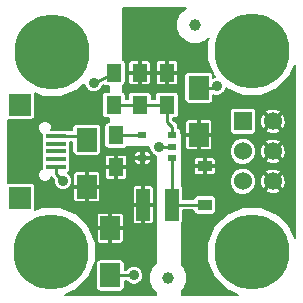
<source format=gtl>
G04 #@! TF.FileFunction,Copper,L1,Top,Signal*
%FSLAX46Y46*%
G04 Gerber Fmt 4.6, Leading zero omitted, Abs format (unit mm)*
G04 Created by KiCad (PCBNEW (after 2015-mar-04 BZR unknown)-product) date 2/17/2016 8:31:02 AM*
%MOMM*%
G01*
G04 APERTURE LIST*
%ADD10C,0.150000*%
%ADD11C,1.000000*%
%ADD12R,1.800000X0.400000*%
%ADD13R,1.900000X1.900000*%
%ADD14R,0.762000X0.508000*%
%ADD15C,6.350000*%
%ADD16R,1.524000X1.524000*%
%ADD17C,1.524000*%
%ADD18R,1.700000X2.000000*%
%ADD19R,1.300000X1.500000*%
%ADD20R,1.220000X0.910000*%
%ADD21R,1.200000X2.700000*%
%ADD22C,0.889000*%
%ADD23C,0.254000*%
%ADD24C,0.203200*%
G04 APERTURE END LIST*
D10*
D11*
X36200000Y-21800000D03*
D12*
X24400000Y-31200000D03*
X24400000Y-31850000D03*
X24400000Y-32500000D03*
X24400000Y-33150000D03*
X24400000Y-33800000D03*
D13*
X21375000Y-28550000D03*
X21375000Y-36450000D03*
D14*
X34270000Y-33052500D03*
X34270000Y-31147500D03*
X31730000Y-33052500D03*
X34270000Y-32100000D03*
X31730000Y-31147500D03*
D15*
X24100000Y-24100000D03*
X24000000Y-41000000D03*
X41000000Y-41000000D03*
X41000000Y-24000000D03*
D16*
X40230000Y-29960000D03*
D17*
X42770000Y-29960000D03*
X40230000Y-32500000D03*
X42770000Y-32500000D03*
X40230000Y-35040000D03*
X42770000Y-35040000D03*
D18*
X29000000Y-39000000D03*
X29000000Y-43000000D03*
X36500000Y-31100000D03*
X36500000Y-27100000D03*
D19*
X33800000Y-28550000D03*
X33800000Y-25850000D03*
X29500000Y-33850000D03*
X29500000Y-31150000D03*
X29300000Y-28550000D03*
X29300000Y-25850000D03*
X31500000Y-28550000D03*
X31500000Y-25850000D03*
D20*
X37000000Y-33765000D03*
X37000000Y-37035000D03*
D18*
X27000000Y-31500000D03*
X27000000Y-35500000D03*
D21*
X31800000Y-37000000D03*
X34200000Y-37000000D03*
D11*
X33900000Y-43200000D03*
D22*
X38000000Y-27000000D03*
X25000000Y-35000000D03*
X31000000Y-43000000D03*
X27600000Y-26700000D03*
X33100000Y-32100000D03*
D23*
X36500000Y-27100000D02*
X37900000Y-27100000D01*
X37900000Y-27100000D02*
X38000000Y-27000000D01*
X24400000Y-34400000D02*
X25000000Y-35000000D01*
X24400000Y-33800000D02*
X24400000Y-34400000D01*
X29000000Y-43000000D02*
X31000000Y-43000000D01*
X29300000Y-25850000D02*
X27600000Y-26700000D01*
X34270000Y-32100000D02*
X33100000Y-32100000D01*
X26700000Y-31200000D02*
X27000000Y-31500000D01*
X24400000Y-31200000D02*
X26700000Y-31200000D01*
X34200000Y-37000000D02*
X36965000Y-37000000D01*
X36965000Y-37000000D02*
X37000000Y-37035000D01*
X34270000Y-36930000D02*
X34200000Y-37000000D01*
X34200000Y-33122500D02*
X34270000Y-33052500D01*
X34200000Y-33122500D02*
X34270000Y-33052500D01*
X34200000Y-37000000D02*
X34200000Y-33122500D01*
X34270000Y-31147500D02*
X34270000Y-30470000D01*
X33800000Y-30000000D02*
X33800000Y-28550000D01*
X34270000Y-30470000D02*
X33800000Y-30000000D01*
X29300000Y-28550000D02*
X31500000Y-28550000D01*
X31500000Y-28550000D02*
X33800000Y-28550000D01*
X31730000Y-31147500D02*
X29502500Y-31147500D01*
X29502500Y-31147500D02*
X29500000Y-31150000D01*
D24*
G36*
X32898400Y-44620200D02*
X31800239Y-44620200D01*
X31800239Y-42841548D01*
X31711100Y-42625816D01*
X31711100Y-38578600D01*
X31711100Y-37088900D01*
X31711100Y-36911100D01*
X31711100Y-35421400D01*
X31641100Y-35351400D01*
X31641100Y-33535100D01*
X31641100Y-33141400D01*
X31641100Y-32963600D01*
X31641100Y-32569900D01*
X31564900Y-32493700D01*
X31409628Y-32493700D01*
X31288371Y-32493700D01*
X31176344Y-32540103D01*
X31090603Y-32625845D01*
X31044200Y-32737872D01*
X31044200Y-32887400D01*
X31120400Y-32963600D01*
X31641100Y-32963600D01*
X31641100Y-33141400D01*
X31120400Y-33141400D01*
X31044200Y-33217600D01*
X31044200Y-33367128D01*
X31090603Y-33479155D01*
X31176344Y-33564897D01*
X31288371Y-33611300D01*
X31409628Y-33611300D01*
X31564900Y-33611300D01*
X31641100Y-33535100D01*
X31641100Y-35351400D01*
X31634900Y-35345200D01*
X31139372Y-35345200D01*
X31027345Y-35391603D01*
X30941603Y-35477344D01*
X30895200Y-35589371D01*
X30895200Y-35710628D01*
X30895200Y-36834900D01*
X30971400Y-36911100D01*
X31711100Y-36911100D01*
X31711100Y-37088900D01*
X30971400Y-37088900D01*
X30895200Y-37165100D01*
X30895200Y-38289372D01*
X30895200Y-38410629D01*
X30941603Y-38522656D01*
X31027345Y-38608397D01*
X31139372Y-38654800D01*
X31634900Y-38654800D01*
X31711100Y-38578600D01*
X31711100Y-42625816D01*
X31678687Y-42547372D01*
X31453812Y-42322104D01*
X31159848Y-42200039D01*
X30841548Y-42199761D01*
X30547372Y-42321313D01*
X30454800Y-42413723D01*
X30454800Y-34660628D01*
X30454800Y-34015100D01*
X30454800Y-33684900D01*
X30454800Y-33039372D01*
X30408397Y-32927345D01*
X30322656Y-32841603D01*
X30210629Y-32795200D01*
X30089372Y-32795200D01*
X29665100Y-32795200D01*
X29588900Y-32871400D01*
X29588900Y-33761100D01*
X30378600Y-33761100D01*
X30454800Y-33684900D01*
X30454800Y-34015100D01*
X30378600Y-33938900D01*
X29588900Y-33938900D01*
X29588900Y-34828600D01*
X29665100Y-34904800D01*
X30089372Y-34904800D01*
X30210629Y-34904800D01*
X30322656Y-34858397D01*
X30408397Y-34772655D01*
X30454800Y-34660628D01*
X30454800Y-42413723D01*
X30350942Y-42517400D01*
X30212567Y-42517400D01*
X30212567Y-42000000D01*
X30186259Y-41864411D01*
X30154800Y-41816520D01*
X30154800Y-40060628D01*
X30154800Y-39165100D01*
X30154800Y-38834900D01*
X30154800Y-37939372D01*
X30108397Y-37827345D01*
X30022656Y-37741603D01*
X29910629Y-37695200D01*
X29789372Y-37695200D01*
X29411100Y-37695200D01*
X29411100Y-34828600D01*
X29411100Y-33938900D01*
X29411100Y-33761100D01*
X29411100Y-32871400D01*
X29334900Y-32795200D01*
X28910628Y-32795200D01*
X28789371Y-32795200D01*
X28677344Y-32841603D01*
X28591603Y-32927345D01*
X28545200Y-33039372D01*
X28545200Y-33684900D01*
X28621400Y-33761100D01*
X29411100Y-33761100D01*
X29411100Y-33938900D01*
X28621400Y-33938900D01*
X28545200Y-34015100D01*
X28545200Y-34660628D01*
X28591603Y-34772655D01*
X28677344Y-34858397D01*
X28789371Y-34904800D01*
X28910628Y-34904800D01*
X29334900Y-34904800D01*
X29411100Y-34828600D01*
X29411100Y-37695200D01*
X29165100Y-37695200D01*
X29088900Y-37771400D01*
X29088900Y-38911100D01*
X30078600Y-38911100D01*
X30154800Y-38834900D01*
X30154800Y-39165100D01*
X30078600Y-39088900D01*
X29088900Y-39088900D01*
X29088900Y-40228600D01*
X29165100Y-40304800D01*
X29789372Y-40304800D01*
X29910629Y-40304800D01*
X30022656Y-40258397D01*
X30108397Y-40172655D01*
X30154800Y-40060628D01*
X30154800Y-41816520D01*
X30107977Y-41745241D01*
X29989799Y-41665469D01*
X29850000Y-41637433D01*
X28911100Y-41637433D01*
X28911100Y-40228600D01*
X28911100Y-39088900D01*
X28911100Y-38911100D01*
X28911100Y-37771400D01*
X28834900Y-37695200D01*
X28212567Y-37695200D01*
X28212567Y-32500000D01*
X28212567Y-30500000D01*
X28186259Y-30364411D01*
X28107977Y-30245241D01*
X27989799Y-30165469D01*
X27850000Y-30137433D01*
X26150000Y-30137433D01*
X26014411Y-30163741D01*
X25895241Y-30242023D01*
X25815469Y-30360201D01*
X25787433Y-30500000D01*
X25787433Y-30717400D01*
X25425961Y-30717400D01*
X25419827Y-30713259D01*
X25300000Y-30689229D01*
X24024223Y-30689229D01*
X24054699Y-30615835D01*
X24054900Y-30385177D01*
X23966817Y-30171999D01*
X23803859Y-30008756D01*
X23590835Y-29920301D01*
X23360177Y-29920100D01*
X23146999Y-30008183D01*
X22983756Y-30171141D01*
X22895301Y-30384165D01*
X22895100Y-30614823D01*
X22983183Y-30828001D01*
X23146141Y-30991244D01*
X23189229Y-31009135D01*
X23189229Y-31400000D01*
X23211778Y-31516219D01*
X23217153Y-31524402D01*
X23213259Y-31530173D01*
X23189229Y-31650000D01*
X23189229Y-32050000D01*
X23211778Y-32166219D01*
X23217153Y-32174402D01*
X23213259Y-32180173D01*
X23189229Y-32300000D01*
X23189229Y-32700000D01*
X23211778Y-32816219D01*
X23217153Y-32824402D01*
X23213259Y-32830173D01*
X23189229Y-32950000D01*
X23189229Y-33350000D01*
X23211778Y-33466219D01*
X23217153Y-33474402D01*
X23213259Y-33480173D01*
X23189229Y-33600000D01*
X23189229Y-33990733D01*
X23146999Y-34008183D01*
X22983756Y-34171141D01*
X22895301Y-34384165D01*
X22895100Y-34614823D01*
X22983183Y-34828001D01*
X23146141Y-34991244D01*
X23359165Y-35079699D01*
X23589823Y-35079900D01*
X23803001Y-34991817D01*
X23966244Y-34828859D01*
X24024134Y-34689443D01*
X24058750Y-34741250D01*
X24200002Y-34882502D01*
X24199761Y-35158452D01*
X24321313Y-35452628D01*
X24546188Y-35677896D01*
X24840152Y-35799961D01*
X25158452Y-35800239D01*
X25452628Y-35678687D01*
X25677896Y-35453812D01*
X25799961Y-35159848D01*
X25800239Y-34841548D01*
X25678687Y-34547372D01*
X25453812Y-34322104D01*
X25386228Y-34294040D01*
X25416219Y-34288222D01*
X25518365Y-34221123D01*
X25586741Y-34119827D01*
X25610771Y-34000000D01*
X25610771Y-33600000D01*
X25588222Y-33483781D01*
X25582846Y-33475597D01*
X25586741Y-33469827D01*
X25610771Y-33350000D01*
X25610771Y-32950000D01*
X25588222Y-32833781D01*
X25582846Y-32825597D01*
X25586741Y-32819827D01*
X25610771Y-32700000D01*
X25610771Y-32300000D01*
X25588222Y-32183781D01*
X25582846Y-32175597D01*
X25586741Y-32169827D01*
X25610771Y-32050000D01*
X25610771Y-31682600D01*
X25787433Y-31682600D01*
X25787433Y-32500000D01*
X25813741Y-32635589D01*
X25892023Y-32754759D01*
X26010201Y-32834531D01*
X26150000Y-32862567D01*
X27850000Y-32862567D01*
X27985589Y-32836259D01*
X28104759Y-32757977D01*
X28184531Y-32639799D01*
X28212567Y-32500000D01*
X28212567Y-37695200D01*
X28210628Y-37695200D01*
X28154800Y-37695200D01*
X28154800Y-36560628D01*
X28154800Y-35665100D01*
X28154800Y-35334900D01*
X28154800Y-34439372D01*
X28108397Y-34327345D01*
X28022656Y-34241603D01*
X27910629Y-34195200D01*
X27789372Y-34195200D01*
X27165100Y-34195200D01*
X27088900Y-34271400D01*
X27088900Y-35411100D01*
X28078600Y-35411100D01*
X28154800Y-35334900D01*
X28154800Y-35665100D01*
X28078600Y-35588900D01*
X27088900Y-35588900D01*
X27088900Y-36728600D01*
X27165100Y-36804800D01*
X27789372Y-36804800D01*
X27910629Y-36804800D01*
X28022656Y-36758397D01*
X28108397Y-36672655D01*
X28154800Y-36560628D01*
X28154800Y-37695200D01*
X28089371Y-37695200D01*
X27977344Y-37741603D01*
X27891603Y-37827345D01*
X27845200Y-37939372D01*
X27845200Y-38834900D01*
X27921400Y-38911100D01*
X28911100Y-38911100D01*
X28911100Y-39088900D01*
X27921400Y-39088900D01*
X27845200Y-39165100D01*
X27845200Y-40060628D01*
X27891603Y-40172655D01*
X27977344Y-40258397D01*
X28089371Y-40304800D01*
X28210628Y-40304800D01*
X28834900Y-40304800D01*
X28911100Y-40228600D01*
X28911100Y-41637433D01*
X28150000Y-41637433D01*
X28014411Y-41663741D01*
X27895241Y-41742023D01*
X27815469Y-41860201D01*
X27787433Y-42000000D01*
X27787433Y-44000000D01*
X27813741Y-44135589D01*
X27892023Y-44254759D01*
X28010201Y-44334531D01*
X28150000Y-44362567D01*
X29850000Y-44362567D01*
X29985589Y-44336259D01*
X30104759Y-44257977D01*
X30184531Y-44139799D01*
X30212567Y-44000000D01*
X30212567Y-43482600D01*
X30351232Y-43482600D01*
X30546188Y-43677896D01*
X30840152Y-43799961D01*
X31158452Y-43800239D01*
X31452628Y-43678687D01*
X31677896Y-43453812D01*
X31799961Y-43159848D01*
X31800239Y-42841548D01*
X31800239Y-44620200D01*
X25148966Y-44620200D01*
X26141003Y-44210299D01*
X27206557Y-43146603D01*
X27783942Y-41756106D01*
X27785256Y-40250499D01*
X27210299Y-38858997D01*
X26911100Y-38559275D01*
X26911100Y-36728600D01*
X26911100Y-35588900D01*
X26911100Y-35411100D01*
X26911100Y-34271400D01*
X26834900Y-34195200D01*
X26210628Y-34195200D01*
X26089371Y-34195200D01*
X25977344Y-34241603D01*
X25891603Y-34327345D01*
X25845200Y-34439372D01*
X25845200Y-35334900D01*
X25921400Y-35411100D01*
X26911100Y-35411100D01*
X26911100Y-35588900D01*
X25921400Y-35588900D01*
X25845200Y-35665100D01*
X25845200Y-36560628D01*
X25891603Y-36672655D01*
X25977344Y-36758397D01*
X26089371Y-36804800D01*
X26210628Y-36804800D01*
X26834900Y-36804800D01*
X26911100Y-36728600D01*
X26911100Y-38559275D01*
X26146603Y-37793443D01*
X24756106Y-37216058D01*
X23250499Y-37214744D01*
X22620739Y-37474955D01*
X22635771Y-37400000D01*
X22635771Y-35500000D01*
X22613222Y-35383781D01*
X22546123Y-35281635D01*
X22444827Y-35213259D01*
X22325000Y-35189229D01*
X20425000Y-35189229D01*
X20379800Y-35197998D01*
X20379800Y-29801706D01*
X20425000Y-29810771D01*
X22325000Y-29810771D01*
X22441219Y-29788222D01*
X22543365Y-29721123D01*
X22611741Y-29619827D01*
X22635771Y-29500000D01*
X22635771Y-27600000D01*
X22633640Y-27589018D01*
X23343894Y-27883942D01*
X24849501Y-27885256D01*
X26241003Y-27310299D01*
X26799853Y-26752422D01*
X26799761Y-26858452D01*
X26921313Y-27152628D01*
X27146188Y-27377896D01*
X27440152Y-27499961D01*
X27758452Y-27500239D01*
X28052628Y-27378687D01*
X28277896Y-27153812D01*
X28399873Y-26860058D01*
X28510201Y-26934531D01*
X28650000Y-26962567D01*
X28898400Y-26962567D01*
X28898400Y-27437433D01*
X28650000Y-27437433D01*
X28514411Y-27463741D01*
X28395241Y-27542023D01*
X28315469Y-27660201D01*
X28287433Y-27800000D01*
X28287433Y-29300000D01*
X28313741Y-29435589D01*
X28392023Y-29554759D01*
X28510201Y-29634531D01*
X28650000Y-29662567D01*
X28898400Y-29662567D01*
X28898400Y-30037433D01*
X28850000Y-30037433D01*
X28714411Y-30063741D01*
X28595241Y-30142023D01*
X28515469Y-30260201D01*
X28487433Y-30400000D01*
X28487433Y-31900000D01*
X28513741Y-32035589D01*
X28592023Y-32154759D01*
X28710201Y-32234531D01*
X28850000Y-32262567D01*
X30150000Y-32262567D01*
X30285589Y-32236259D01*
X30404759Y-32157977D01*
X30442814Y-32101600D01*
X32299897Y-32101600D01*
X32299761Y-32258452D01*
X32421313Y-32552628D01*
X32646188Y-32777896D01*
X32898400Y-32882623D01*
X32898400Y-41936823D01*
X32704800Y-42130085D01*
X32704800Y-38410629D01*
X32704800Y-38289372D01*
X32704800Y-37165100D01*
X32704800Y-36834900D01*
X32704800Y-35710628D01*
X32704800Y-35589371D01*
X32658397Y-35477344D01*
X32572655Y-35391603D01*
X32460628Y-35345200D01*
X32415800Y-35345200D01*
X32415800Y-33367128D01*
X32415800Y-33217600D01*
X32415800Y-32887400D01*
X32415800Y-32737872D01*
X32369397Y-32625845D01*
X32283656Y-32540103D01*
X32171629Y-32493700D01*
X32050372Y-32493700D01*
X31895100Y-32493700D01*
X31818900Y-32569900D01*
X31818900Y-32963600D01*
X32339600Y-32963600D01*
X32415800Y-32887400D01*
X32415800Y-33217600D01*
X32339600Y-33141400D01*
X31818900Y-33141400D01*
X31818900Y-33535100D01*
X31895100Y-33611300D01*
X32050372Y-33611300D01*
X32171629Y-33611300D01*
X32283656Y-33564897D01*
X32369397Y-33479155D01*
X32415800Y-33367128D01*
X32415800Y-35345200D01*
X31965100Y-35345200D01*
X31888900Y-35421400D01*
X31888900Y-36911100D01*
X32628600Y-36911100D01*
X32704800Y-36834900D01*
X32704800Y-37165100D01*
X32628600Y-37088900D01*
X31888900Y-37088900D01*
X31888900Y-38578600D01*
X31965100Y-38654800D01*
X32460628Y-38654800D01*
X32572655Y-38608397D01*
X32658397Y-38522656D01*
X32704800Y-38410629D01*
X32704800Y-42130085D01*
X32543021Y-42291582D01*
X32298679Y-42880024D01*
X32298123Y-43517180D01*
X32541438Y-44106048D01*
X32898400Y-44463634D01*
X32898400Y-44620200D01*
X32898400Y-44620200D01*
G37*
X32898400Y-44620200D02*
X31800239Y-44620200D01*
X31800239Y-42841548D01*
X31711100Y-42625816D01*
X31711100Y-38578600D01*
X31711100Y-37088900D01*
X31711100Y-36911100D01*
X31711100Y-35421400D01*
X31641100Y-35351400D01*
X31641100Y-33535100D01*
X31641100Y-33141400D01*
X31641100Y-32963600D01*
X31641100Y-32569900D01*
X31564900Y-32493700D01*
X31409628Y-32493700D01*
X31288371Y-32493700D01*
X31176344Y-32540103D01*
X31090603Y-32625845D01*
X31044200Y-32737872D01*
X31044200Y-32887400D01*
X31120400Y-32963600D01*
X31641100Y-32963600D01*
X31641100Y-33141400D01*
X31120400Y-33141400D01*
X31044200Y-33217600D01*
X31044200Y-33367128D01*
X31090603Y-33479155D01*
X31176344Y-33564897D01*
X31288371Y-33611300D01*
X31409628Y-33611300D01*
X31564900Y-33611300D01*
X31641100Y-33535100D01*
X31641100Y-35351400D01*
X31634900Y-35345200D01*
X31139372Y-35345200D01*
X31027345Y-35391603D01*
X30941603Y-35477344D01*
X30895200Y-35589371D01*
X30895200Y-35710628D01*
X30895200Y-36834900D01*
X30971400Y-36911100D01*
X31711100Y-36911100D01*
X31711100Y-37088900D01*
X30971400Y-37088900D01*
X30895200Y-37165100D01*
X30895200Y-38289372D01*
X30895200Y-38410629D01*
X30941603Y-38522656D01*
X31027345Y-38608397D01*
X31139372Y-38654800D01*
X31634900Y-38654800D01*
X31711100Y-38578600D01*
X31711100Y-42625816D01*
X31678687Y-42547372D01*
X31453812Y-42322104D01*
X31159848Y-42200039D01*
X30841548Y-42199761D01*
X30547372Y-42321313D01*
X30454800Y-42413723D01*
X30454800Y-34660628D01*
X30454800Y-34015100D01*
X30454800Y-33684900D01*
X30454800Y-33039372D01*
X30408397Y-32927345D01*
X30322656Y-32841603D01*
X30210629Y-32795200D01*
X30089372Y-32795200D01*
X29665100Y-32795200D01*
X29588900Y-32871400D01*
X29588900Y-33761100D01*
X30378600Y-33761100D01*
X30454800Y-33684900D01*
X30454800Y-34015100D01*
X30378600Y-33938900D01*
X29588900Y-33938900D01*
X29588900Y-34828600D01*
X29665100Y-34904800D01*
X30089372Y-34904800D01*
X30210629Y-34904800D01*
X30322656Y-34858397D01*
X30408397Y-34772655D01*
X30454800Y-34660628D01*
X30454800Y-42413723D01*
X30350942Y-42517400D01*
X30212567Y-42517400D01*
X30212567Y-42000000D01*
X30186259Y-41864411D01*
X30154800Y-41816520D01*
X30154800Y-40060628D01*
X30154800Y-39165100D01*
X30154800Y-38834900D01*
X30154800Y-37939372D01*
X30108397Y-37827345D01*
X30022656Y-37741603D01*
X29910629Y-37695200D01*
X29789372Y-37695200D01*
X29411100Y-37695200D01*
X29411100Y-34828600D01*
X29411100Y-33938900D01*
X29411100Y-33761100D01*
X29411100Y-32871400D01*
X29334900Y-32795200D01*
X28910628Y-32795200D01*
X28789371Y-32795200D01*
X28677344Y-32841603D01*
X28591603Y-32927345D01*
X28545200Y-33039372D01*
X28545200Y-33684900D01*
X28621400Y-33761100D01*
X29411100Y-33761100D01*
X29411100Y-33938900D01*
X28621400Y-33938900D01*
X28545200Y-34015100D01*
X28545200Y-34660628D01*
X28591603Y-34772655D01*
X28677344Y-34858397D01*
X28789371Y-34904800D01*
X28910628Y-34904800D01*
X29334900Y-34904800D01*
X29411100Y-34828600D01*
X29411100Y-37695200D01*
X29165100Y-37695200D01*
X29088900Y-37771400D01*
X29088900Y-38911100D01*
X30078600Y-38911100D01*
X30154800Y-38834900D01*
X30154800Y-39165100D01*
X30078600Y-39088900D01*
X29088900Y-39088900D01*
X29088900Y-40228600D01*
X29165100Y-40304800D01*
X29789372Y-40304800D01*
X29910629Y-40304800D01*
X30022656Y-40258397D01*
X30108397Y-40172655D01*
X30154800Y-40060628D01*
X30154800Y-41816520D01*
X30107977Y-41745241D01*
X29989799Y-41665469D01*
X29850000Y-41637433D01*
X28911100Y-41637433D01*
X28911100Y-40228600D01*
X28911100Y-39088900D01*
X28911100Y-38911100D01*
X28911100Y-37771400D01*
X28834900Y-37695200D01*
X28212567Y-37695200D01*
X28212567Y-32500000D01*
X28212567Y-30500000D01*
X28186259Y-30364411D01*
X28107977Y-30245241D01*
X27989799Y-30165469D01*
X27850000Y-30137433D01*
X26150000Y-30137433D01*
X26014411Y-30163741D01*
X25895241Y-30242023D01*
X25815469Y-30360201D01*
X25787433Y-30500000D01*
X25787433Y-30717400D01*
X25425961Y-30717400D01*
X25419827Y-30713259D01*
X25300000Y-30689229D01*
X24024223Y-30689229D01*
X24054699Y-30615835D01*
X24054900Y-30385177D01*
X23966817Y-30171999D01*
X23803859Y-30008756D01*
X23590835Y-29920301D01*
X23360177Y-29920100D01*
X23146999Y-30008183D01*
X22983756Y-30171141D01*
X22895301Y-30384165D01*
X22895100Y-30614823D01*
X22983183Y-30828001D01*
X23146141Y-30991244D01*
X23189229Y-31009135D01*
X23189229Y-31400000D01*
X23211778Y-31516219D01*
X23217153Y-31524402D01*
X23213259Y-31530173D01*
X23189229Y-31650000D01*
X23189229Y-32050000D01*
X23211778Y-32166219D01*
X23217153Y-32174402D01*
X23213259Y-32180173D01*
X23189229Y-32300000D01*
X23189229Y-32700000D01*
X23211778Y-32816219D01*
X23217153Y-32824402D01*
X23213259Y-32830173D01*
X23189229Y-32950000D01*
X23189229Y-33350000D01*
X23211778Y-33466219D01*
X23217153Y-33474402D01*
X23213259Y-33480173D01*
X23189229Y-33600000D01*
X23189229Y-33990733D01*
X23146999Y-34008183D01*
X22983756Y-34171141D01*
X22895301Y-34384165D01*
X22895100Y-34614823D01*
X22983183Y-34828001D01*
X23146141Y-34991244D01*
X23359165Y-35079699D01*
X23589823Y-35079900D01*
X23803001Y-34991817D01*
X23966244Y-34828859D01*
X24024134Y-34689443D01*
X24058750Y-34741250D01*
X24200002Y-34882502D01*
X24199761Y-35158452D01*
X24321313Y-35452628D01*
X24546188Y-35677896D01*
X24840152Y-35799961D01*
X25158452Y-35800239D01*
X25452628Y-35678687D01*
X25677896Y-35453812D01*
X25799961Y-35159848D01*
X25800239Y-34841548D01*
X25678687Y-34547372D01*
X25453812Y-34322104D01*
X25386228Y-34294040D01*
X25416219Y-34288222D01*
X25518365Y-34221123D01*
X25586741Y-34119827D01*
X25610771Y-34000000D01*
X25610771Y-33600000D01*
X25588222Y-33483781D01*
X25582846Y-33475597D01*
X25586741Y-33469827D01*
X25610771Y-33350000D01*
X25610771Y-32950000D01*
X25588222Y-32833781D01*
X25582846Y-32825597D01*
X25586741Y-32819827D01*
X25610771Y-32700000D01*
X25610771Y-32300000D01*
X25588222Y-32183781D01*
X25582846Y-32175597D01*
X25586741Y-32169827D01*
X25610771Y-32050000D01*
X25610771Y-31682600D01*
X25787433Y-31682600D01*
X25787433Y-32500000D01*
X25813741Y-32635589D01*
X25892023Y-32754759D01*
X26010201Y-32834531D01*
X26150000Y-32862567D01*
X27850000Y-32862567D01*
X27985589Y-32836259D01*
X28104759Y-32757977D01*
X28184531Y-32639799D01*
X28212567Y-32500000D01*
X28212567Y-37695200D01*
X28210628Y-37695200D01*
X28154800Y-37695200D01*
X28154800Y-36560628D01*
X28154800Y-35665100D01*
X28154800Y-35334900D01*
X28154800Y-34439372D01*
X28108397Y-34327345D01*
X28022656Y-34241603D01*
X27910629Y-34195200D01*
X27789372Y-34195200D01*
X27165100Y-34195200D01*
X27088900Y-34271400D01*
X27088900Y-35411100D01*
X28078600Y-35411100D01*
X28154800Y-35334900D01*
X28154800Y-35665100D01*
X28078600Y-35588900D01*
X27088900Y-35588900D01*
X27088900Y-36728600D01*
X27165100Y-36804800D01*
X27789372Y-36804800D01*
X27910629Y-36804800D01*
X28022656Y-36758397D01*
X28108397Y-36672655D01*
X28154800Y-36560628D01*
X28154800Y-37695200D01*
X28089371Y-37695200D01*
X27977344Y-37741603D01*
X27891603Y-37827345D01*
X27845200Y-37939372D01*
X27845200Y-38834900D01*
X27921400Y-38911100D01*
X28911100Y-38911100D01*
X28911100Y-39088900D01*
X27921400Y-39088900D01*
X27845200Y-39165100D01*
X27845200Y-40060628D01*
X27891603Y-40172655D01*
X27977344Y-40258397D01*
X28089371Y-40304800D01*
X28210628Y-40304800D01*
X28834900Y-40304800D01*
X28911100Y-40228600D01*
X28911100Y-41637433D01*
X28150000Y-41637433D01*
X28014411Y-41663741D01*
X27895241Y-41742023D01*
X27815469Y-41860201D01*
X27787433Y-42000000D01*
X27787433Y-44000000D01*
X27813741Y-44135589D01*
X27892023Y-44254759D01*
X28010201Y-44334531D01*
X28150000Y-44362567D01*
X29850000Y-44362567D01*
X29985589Y-44336259D01*
X30104759Y-44257977D01*
X30184531Y-44139799D01*
X30212567Y-44000000D01*
X30212567Y-43482600D01*
X30351232Y-43482600D01*
X30546188Y-43677896D01*
X30840152Y-43799961D01*
X31158452Y-43800239D01*
X31452628Y-43678687D01*
X31677896Y-43453812D01*
X31799961Y-43159848D01*
X31800239Y-42841548D01*
X31800239Y-44620200D01*
X25148966Y-44620200D01*
X26141003Y-44210299D01*
X27206557Y-43146603D01*
X27783942Y-41756106D01*
X27785256Y-40250499D01*
X27210299Y-38858997D01*
X26911100Y-38559275D01*
X26911100Y-36728600D01*
X26911100Y-35588900D01*
X26911100Y-35411100D01*
X26911100Y-34271400D01*
X26834900Y-34195200D01*
X26210628Y-34195200D01*
X26089371Y-34195200D01*
X25977344Y-34241603D01*
X25891603Y-34327345D01*
X25845200Y-34439372D01*
X25845200Y-35334900D01*
X25921400Y-35411100D01*
X26911100Y-35411100D01*
X26911100Y-35588900D01*
X25921400Y-35588900D01*
X25845200Y-35665100D01*
X25845200Y-36560628D01*
X25891603Y-36672655D01*
X25977344Y-36758397D01*
X26089371Y-36804800D01*
X26210628Y-36804800D01*
X26834900Y-36804800D01*
X26911100Y-36728600D01*
X26911100Y-38559275D01*
X26146603Y-37793443D01*
X24756106Y-37216058D01*
X23250499Y-37214744D01*
X22620739Y-37474955D01*
X22635771Y-37400000D01*
X22635771Y-35500000D01*
X22613222Y-35383781D01*
X22546123Y-35281635D01*
X22444827Y-35213259D01*
X22325000Y-35189229D01*
X20425000Y-35189229D01*
X20379800Y-35197998D01*
X20379800Y-29801706D01*
X20425000Y-29810771D01*
X22325000Y-29810771D01*
X22441219Y-29788222D01*
X22543365Y-29721123D01*
X22611741Y-29619827D01*
X22635771Y-29500000D01*
X22635771Y-27600000D01*
X22633640Y-27589018D01*
X23343894Y-27883942D01*
X24849501Y-27885256D01*
X26241003Y-27310299D01*
X26799853Y-26752422D01*
X26799761Y-26858452D01*
X26921313Y-27152628D01*
X27146188Y-27377896D01*
X27440152Y-27499961D01*
X27758452Y-27500239D01*
X28052628Y-27378687D01*
X28277896Y-27153812D01*
X28399873Y-26860058D01*
X28510201Y-26934531D01*
X28650000Y-26962567D01*
X28898400Y-26962567D01*
X28898400Y-27437433D01*
X28650000Y-27437433D01*
X28514411Y-27463741D01*
X28395241Y-27542023D01*
X28315469Y-27660201D01*
X28287433Y-27800000D01*
X28287433Y-29300000D01*
X28313741Y-29435589D01*
X28392023Y-29554759D01*
X28510201Y-29634531D01*
X28650000Y-29662567D01*
X28898400Y-29662567D01*
X28898400Y-30037433D01*
X28850000Y-30037433D01*
X28714411Y-30063741D01*
X28595241Y-30142023D01*
X28515469Y-30260201D01*
X28487433Y-30400000D01*
X28487433Y-31900000D01*
X28513741Y-32035589D01*
X28592023Y-32154759D01*
X28710201Y-32234531D01*
X28850000Y-32262567D01*
X30150000Y-32262567D01*
X30285589Y-32236259D01*
X30404759Y-32157977D01*
X30442814Y-32101600D01*
X32299897Y-32101600D01*
X32299761Y-32258452D01*
X32421313Y-32552628D01*
X32646188Y-32777896D01*
X32898400Y-32882623D01*
X32898400Y-41936823D01*
X32704800Y-42130085D01*
X32704800Y-38410629D01*
X32704800Y-38289372D01*
X32704800Y-37165100D01*
X32704800Y-36834900D01*
X32704800Y-35710628D01*
X32704800Y-35589371D01*
X32658397Y-35477344D01*
X32572655Y-35391603D01*
X32460628Y-35345200D01*
X32415800Y-35345200D01*
X32415800Y-33367128D01*
X32415800Y-33217600D01*
X32415800Y-32887400D01*
X32415800Y-32737872D01*
X32369397Y-32625845D01*
X32283656Y-32540103D01*
X32171629Y-32493700D01*
X32050372Y-32493700D01*
X31895100Y-32493700D01*
X31818900Y-32569900D01*
X31818900Y-32963600D01*
X32339600Y-32963600D01*
X32415800Y-32887400D01*
X32415800Y-33217600D01*
X32339600Y-33141400D01*
X31818900Y-33141400D01*
X31818900Y-33535100D01*
X31895100Y-33611300D01*
X32050372Y-33611300D01*
X32171629Y-33611300D01*
X32283656Y-33564897D01*
X32369397Y-33479155D01*
X32415800Y-33367128D01*
X32415800Y-35345200D01*
X31965100Y-35345200D01*
X31888900Y-35421400D01*
X31888900Y-36911100D01*
X32628600Y-36911100D01*
X32704800Y-36834900D01*
X32704800Y-37165100D01*
X32628600Y-37088900D01*
X31888900Y-37088900D01*
X31888900Y-38578600D01*
X31965100Y-38654800D01*
X32460628Y-38654800D01*
X32572655Y-38608397D01*
X32658397Y-38522656D01*
X32704800Y-38410629D01*
X32704800Y-42130085D01*
X32543021Y-42291582D01*
X32298679Y-42880024D01*
X32298123Y-43517180D01*
X32541438Y-44106048D01*
X32898400Y-44463634D01*
X32898400Y-44620200D01*
G36*
X44620200Y-39851033D02*
X44210299Y-38858997D01*
X43844861Y-38492920D01*
X43844861Y-35206625D01*
X43844861Y-32666625D01*
X43844861Y-30126625D01*
X43826807Y-29702610D01*
X43699278Y-29394727D01*
X43545333Y-29310391D01*
X43419609Y-29436115D01*
X43419609Y-29184667D01*
X43335273Y-29030722D01*
X42936625Y-28885139D01*
X42512610Y-28903193D01*
X42204727Y-29030722D01*
X42120391Y-29184667D01*
X42770000Y-29834276D01*
X43419609Y-29184667D01*
X43419609Y-29436115D01*
X42895724Y-29960000D01*
X43545333Y-30609609D01*
X43699278Y-30525273D01*
X43844861Y-30126625D01*
X43844861Y-32666625D01*
X43826807Y-32242610D01*
X43699278Y-31934727D01*
X43545333Y-31850391D01*
X43419609Y-31976115D01*
X43419609Y-31724667D01*
X43419609Y-30735333D01*
X42770000Y-30085724D01*
X42644276Y-30211448D01*
X42644276Y-29960000D01*
X41994667Y-29310391D01*
X41840722Y-29394727D01*
X41695139Y-29793375D01*
X41713193Y-30217390D01*
X41840722Y-30525273D01*
X41994667Y-30609609D01*
X42644276Y-29960000D01*
X42644276Y-30211448D01*
X42120391Y-30735333D01*
X42204727Y-30889278D01*
X42603375Y-31034861D01*
X43027390Y-31016807D01*
X43335273Y-30889278D01*
X43419609Y-30735333D01*
X43419609Y-31724667D01*
X43335273Y-31570722D01*
X42936625Y-31425139D01*
X42512610Y-31443193D01*
X42204727Y-31570722D01*
X42120391Y-31724667D01*
X42770000Y-32374276D01*
X43419609Y-31724667D01*
X43419609Y-31976115D01*
X42895724Y-32500000D01*
X43545333Y-33149609D01*
X43699278Y-33065273D01*
X43844861Y-32666625D01*
X43844861Y-35206625D01*
X43826807Y-34782610D01*
X43699278Y-34474727D01*
X43545333Y-34390391D01*
X43419609Y-34516115D01*
X43419609Y-34264667D01*
X43419609Y-33275333D01*
X42770000Y-32625724D01*
X42644276Y-32751448D01*
X42644276Y-32500000D01*
X41994667Y-31850391D01*
X41840722Y-31934727D01*
X41695139Y-32333375D01*
X41713193Y-32757390D01*
X41840722Y-33065273D01*
X41994667Y-33149609D01*
X42644276Y-32500000D01*
X42644276Y-32751448D01*
X42120391Y-33275333D01*
X42204727Y-33429278D01*
X42603375Y-33574861D01*
X43027390Y-33556807D01*
X43335273Y-33429278D01*
X43419609Y-33275333D01*
X43419609Y-34264667D01*
X43335273Y-34110722D01*
X42936625Y-33965139D01*
X42512610Y-33983193D01*
X42204727Y-34110722D01*
X42120391Y-34264667D01*
X42770000Y-34914276D01*
X43419609Y-34264667D01*
X43419609Y-34516115D01*
X42895724Y-35040000D01*
X43545333Y-35689609D01*
X43699278Y-35605273D01*
X43844861Y-35206625D01*
X43844861Y-38492920D01*
X43419609Y-38066925D01*
X43419609Y-35815333D01*
X42770000Y-35165724D01*
X42644276Y-35291448D01*
X42644276Y-35040000D01*
X41994667Y-34390391D01*
X41840722Y-34474727D01*
X41695139Y-34873375D01*
X41713193Y-35297390D01*
X41840722Y-35605273D01*
X41994667Y-35689609D01*
X42644276Y-35040000D01*
X42644276Y-35291448D01*
X42120391Y-35815333D01*
X42204727Y-35969278D01*
X42603375Y-36114861D01*
X43027390Y-36096807D01*
X43335273Y-35969278D01*
X43419609Y-35815333D01*
X43419609Y-38066925D01*
X43146603Y-37793443D01*
X41756106Y-37216058D01*
X41354567Y-37215707D01*
X41354567Y-30722000D01*
X41354567Y-29198000D01*
X41328259Y-29062411D01*
X41249977Y-28943241D01*
X41131799Y-28863469D01*
X40992000Y-28835433D01*
X39468000Y-28835433D01*
X39332411Y-28861741D01*
X39213241Y-28940023D01*
X39133469Y-29058201D01*
X39105433Y-29198000D01*
X39105433Y-30722000D01*
X39131741Y-30857589D01*
X39210023Y-30976759D01*
X39328201Y-31056531D01*
X39468000Y-31084567D01*
X40992000Y-31084567D01*
X41127589Y-31058259D01*
X41246759Y-30979977D01*
X41326531Y-30861799D01*
X41354567Y-30722000D01*
X41354567Y-37215707D01*
X41347793Y-37215701D01*
X41347793Y-34818671D01*
X41347793Y-32278671D01*
X41178008Y-31867758D01*
X40863896Y-31553097D01*
X40453280Y-31382594D01*
X40008671Y-31382207D01*
X39597758Y-31551992D01*
X39283097Y-31866104D01*
X39112594Y-32276720D01*
X39112207Y-32721329D01*
X39281992Y-33132242D01*
X39596104Y-33446903D01*
X40006720Y-33617406D01*
X40451329Y-33617793D01*
X40862242Y-33448008D01*
X41176903Y-33133896D01*
X41347406Y-32723280D01*
X41347793Y-32278671D01*
X41347793Y-34818671D01*
X41178008Y-34407758D01*
X40863896Y-34093097D01*
X40453280Y-33922594D01*
X40008671Y-33922207D01*
X39597758Y-34091992D01*
X39283097Y-34406104D01*
X39112594Y-34816720D01*
X39112207Y-35261329D01*
X39281992Y-35672242D01*
X39596104Y-35986903D01*
X40006720Y-36157406D01*
X40451329Y-36157793D01*
X40862242Y-35988008D01*
X41176903Y-35673896D01*
X41347406Y-35263280D01*
X41347793Y-34818671D01*
X41347793Y-37215701D01*
X40250499Y-37214744D01*
X38858997Y-37789701D01*
X37793443Y-38853397D01*
X37216058Y-40243894D01*
X37214744Y-41749501D01*
X37789701Y-43141003D01*
X38853397Y-44206557D01*
X39849559Y-44620200D01*
X35101600Y-44620200D01*
X35101600Y-44263525D01*
X35256979Y-44108418D01*
X35501321Y-43519976D01*
X35501877Y-42882820D01*
X35258562Y-42293952D01*
X35101600Y-42136715D01*
X35101600Y-38538584D01*
X35134531Y-38489799D01*
X35162567Y-38350000D01*
X35162567Y-37482600D01*
X36027433Y-37482600D01*
X36027433Y-37490000D01*
X36053741Y-37625589D01*
X36132023Y-37744759D01*
X36250201Y-37824531D01*
X36390000Y-37852567D01*
X37610000Y-37852567D01*
X37745589Y-37826259D01*
X37864759Y-37747977D01*
X37944531Y-37629799D01*
X37972567Y-37490000D01*
X37972567Y-36580000D01*
X37946259Y-36444411D01*
X37914800Y-36396520D01*
X37914800Y-34280628D01*
X37914800Y-33930100D01*
X37914800Y-33599900D01*
X37914800Y-33249372D01*
X37868397Y-33137345D01*
X37782656Y-33051603D01*
X37670629Y-33005200D01*
X37654800Y-33005200D01*
X37654800Y-32160628D01*
X37654800Y-31265100D01*
X37654800Y-30934900D01*
X37654800Y-30039372D01*
X37608397Y-29927345D01*
X37522656Y-29841603D01*
X37410629Y-29795200D01*
X37289372Y-29795200D01*
X36665100Y-29795200D01*
X36588900Y-29871400D01*
X36588900Y-31011100D01*
X37578600Y-31011100D01*
X37654800Y-30934900D01*
X37654800Y-31265100D01*
X37578600Y-31188900D01*
X36588900Y-31188900D01*
X36588900Y-32328600D01*
X36665100Y-32404800D01*
X37289372Y-32404800D01*
X37410629Y-32404800D01*
X37522656Y-32358397D01*
X37608397Y-32272655D01*
X37654800Y-32160628D01*
X37654800Y-33005200D01*
X37549372Y-33005200D01*
X37165100Y-33005200D01*
X37088900Y-33081400D01*
X37088900Y-33676100D01*
X37838600Y-33676100D01*
X37914800Y-33599900D01*
X37914800Y-33930100D01*
X37838600Y-33853900D01*
X37088900Y-33853900D01*
X37088900Y-34448600D01*
X37165100Y-34524800D01*
X37549372Y-34524800D01*
X37670629Y-34524800D01*
X37782656Y-34478397D01*
X37868397Y-34392655D01*
X37914800Y-34280628D01*
X37914800Y-36396520D01*
X37867977Y-36325241D01*
X37749799Y-36245469D01*
X37610000Y-36217433D01*
X36911100Y-36217433D01*
X36911100Y-34448600D01*
X36911100Y-33853900D01*
X36911100Y-33676100D01*
X36911100Y-33081400D01*
X36834900Y-33005200D01*
X36450628Y-33005200D01*
X36411100Y-33005200D01*
X36411100Y-32328600D01*
X36411100Y-31188900D01*
X36411100Y-31011100D01*
X36411100Y-29871400D01*
X36334900Y-29795200D01*
X35710628Y-29795200D01*
X35589371Y-29795200D01*
X35477344Y-29841603D01*
X35391603Y-29927345D01*
X35345200Y-30039372D01*
X35345200Y-30934900D01*
X35421400Y-31011100D01*
X36411100Y-31011100D01*
X36411100Y-31188900D01*
X35421400Y-31188900D01*
X35345200Y-31265100D01*
X35345200Y-32160628D01*
X35391603Y-32272655D01*
X35477344Y-32358397D01*
X35589371Y-32404800D01*
X35710628Y-32404800D01*
X36334900Y-32404800D01*
X36411100Y-32328600D01*
X36411100Y-33005200D01*
X36329371Y-33005200D01*
X36217344Y-33051603D01*
X36131603Y-33137345D01*
X36085200Y-33249372D01*
X36085200Y-33599900D01*
X36161400Y-33676100D01*
X36911100Y-33676100D01*
X36911100Y-33853900D01*
X36161400Y-33853900D01*
X36085200Y-33930100D01*
X36085200Y-34280628D01*
X36131603Y-34392655D01*
X36217344Y-34478397D01*
X36329371Y-34524800D01*
X36450628Y-34524800D01*
X36834900Y-34524800D01*
X36911100Y-34448600D01*
X36911100Y-36217433D01*
X36390000Y-36217433D01*
X36254411Y-36243741D01*
X36135241Y-36322023D01*
X36055469Y-36440201D01*
X36039987Y-36517400D01*
X35162567Y-36517400D01*
X35162567Y-35650000D01*
X35136259Y-35514411D01*
X35101600Y-35461649D01*
X35101600Y-30898400D01*
X35013567Y-30898400D01*
X35013567Y-30893500D01*
X34987259Y-30757911D01*
X34908977Y-30638741D01*
X34790799Y-30558969D01*
X34752600Y-30551308D01*
X34752600Y-30470000D01*
X34715864Y-30285317D01*
X34611250Y-30128750D01*
X34611246Y-30128747D01*
X34282600Y-29800100D01*
X34282600Y-29662567D01*
X34450000Y-29662567D01*
X34585589Y-29636259D01*
X34704759Y-29557977D01*
X34784531Y-29439799D01*
X34812567Y-29300000D01*
X34812567Y-27800000D01*
X34786259Y-27664411D01*
X34754800Y-27616520D01*
X34754800Y-26660628D01*
X34754800Y-26015100D01*
X34754800Y-25684900D01*
X34754800Y-25039372D01*
X34708397Y-24927345D01*
X34622656Y-24841603D01*
X34510629Y-24795200D01*
X34389372Y-24795200D01*
X33965100Y-24795200D01*
X33888900Y-24871400D01*
X33888900Y-25761100D01*
X34678600Y-25761100D01*
X34754800Y-25684900D01*
X34754800Y-26015100D01*
X34678600Y-25938900D01*
X33888900Y-25938900D01*
X33888900Y-26828600D01*
X33965100Y-26904800D01*
X34389372Y-26904800D01*
X34510629Y-26904800D01*
X34622656Y-26858397D01*
X34708397Y-26772655D01*
X34754800Y-26660628D01*
X34754800Y-27616520D01*
X34707977Y-27545241D01*
X34589799Y-27465469D01*
X34450000Y-27437433D01*
X33711100Y-27437433D01*
X33711100Y-26828600D01*
X33711100Y-25938900D01*
X33711100Y-25761100D01*
X33711100Y-24871400D01*
X33634900Y-24795200D01*
X33210628Y-24795200D01*
X33089371Y-24795200D01*
X32977344Y-24841603D01*
X32891603Y-24927345D01*
X32845200Y-25039372D01*
X32845200Y-25684900D01*
X32921400Y-25761100D01*
X33711100Y-25761100D01*
X33711100Y-25938900D01*
X32921400Y-25938900D01*
X32845200Y-26015100D01*
X32845200Y-26660628D01*
X32891603Y-26772655D01*
X32977344Y-26858397D01*
X33089371Y-26904800D01*
X33210628Y-26904800D01*
X33634900Y-26904800D01*
X33711100Y-26828600D01*
X33711100Y-27437433D01*
X33150000Y-27437433D01*
X33014411Y-27463741D01*
X32895241Y-27542023D01*
X32815469Y-27660201D01*
X32787433Y-27800000D01*
X32787433Y-28067400D01*
X32512567Y-28067400D01*
X32512567Y-27800000D01*
X32486259Y-27664411D01*
X32454800Y-27616520D01*
X32454800Y-26660628D01*
X32454800Y-26015100D01*
X32454800Y-25684900D01*
X32454800Y-25039372D01*
X32408397Y-24927345D01*
X32322656Y-24841603D01*
X32210629Y-24795200D01*
X32089372Y-24795200D01*
X31665100Y-24795200D01*
X31588900Y-24871400D01*
X31588900Y-25761100D01*
X32378600Y-25761100D01*
X32454800Y-25684900D01*
X32454800Y-26015100D01*
X32378600Y-25938900D01*
X31588900Y-25938900D01*
X31588900Y-26828600D01*
X31665100Y-26904800D01*
X32089372Y-26904800D01*
X32210629Y-26904800D01*
X32322656Y-26858397D01*
X32408397Y-26772655D01*
X32454800Y-26660628D01*
X32454800Y-27616520D01*
X32407977Y-27545241D01*
X32289799Y-27465469D01*
X32150000Y-27437433D01*
X31411100Y-27437433D01*
X31411100Y-26828600D01*
X31411100Y-25938900D01*
X31411100Y-25761100D01*
X31411100Y-24871400D01*
X31334900Y-24795200D01*
X30910628Y-24795200D01*
X30789371Y-24795200D01*
X30677344Y-24841603D01*
X30591603Y-24927345D01*
X30545200Y-25039372D01*
X30545200Y-25684900D01*
X30621400Y-25761100D01*
X31411100Y-25761100D01*
X31411100Y-25938900D01*
X30621400Y-25938900D01*
X30545200Y-26015100D01*
X30545200Y-26660628D01*
X30591603Y-26772655D01*
X30677344Y-26858397D01*
X30789371Y-26904800D01*
X30910628Y-26904800D01*
X31334900Y-26904800D01*
X31411100Y-26828600D01*
X31411100Y-27437433D01*
X30850000Y-27437433D01*
X30714411Y-27463741D01*
X30595241Y-27542023D01*
X30515469Y-27660201D01*
X30487433Y-27800000D01*
X30487433Y-28067400D01*
X30312567Y-28067400D01*
X30312567Y-27800000D01*
X30286259Y-27664411D01*
X30207977Y-27545241D01*
X30101600Y-27473434D01*
X30101600Y-26925741D01*
X30204759Y-26857977D01*
X30284531Y-26739799D01*
X30312567Y-26600000D01*
X30312567Y-25100000D01*
X30286259Y-24964411D01*
X30207977Y-24845241D01*
X30101600Y-24773434D01*
X30101600Y-20379800D01*
X35443127Y-20379800D01*
X35293952Y-20441438D01*
X34843021Y-20891582D01*
X34598679Y-21480024D01*
X34598123Y-22117180D01*
X34841438Y-22706048D01*
X35291582Y-23156979D01*
X35880024Y-23401321D01*
X36517180Y-23401877D01*
X37106048Y-23158562D01*
X37354461Y-22910582D01*
X37216058Y-23243894D01*
X37214744Y-24749501D01*
X37789701Y-26141003D01*
X37848362Y-26199766D01*
X37841548Y-26199761D01*
X37712567Y-26253055D01*
X37712567Y-26100000D01*
X37686259Y-25964411D01*
X37607977Y-25845241D01*
X37489799Y-25765469D01*
X37350000Y-25737433D01*
X35650000Y-25737433D01*
X35514411Y-25763741D01*
X35395241Y-25842023D01*
X35315469Y-25960201D01*
X35287433Y-26100000D01*
X35287433Y-28100000D01*
X35313741Y-28235589D01*
X35392023Y-28354759D01*
X35510201Y-28434531D01*
X35650000Y-28462567D01*
X37350000Y-28462567D01*
X37485589Y-28436259D01*
X37604759Y-28357977D01*
X37684531Y-28239799D01*
X37712567Y-28100000D01*
X37712567Y-27746982D01*
X37840152Y-27799961D01*
X38158452Y-27800239D01*
X38452628Y-27678687D01*
X38677896Y-27453812D01*
X38799961Y-27159848D01*
X38799966Y-27153033D01*
X38853397Y-27206557D01*
X40243894Y-27783942D01*
X41749501Y-27785256D01*
X43141003Y-27210299D01*
X44206557Y-26146603D01*
X44620200Y-25150440D01*
X44620200Y-39851033D01*
X44620200Y-39851033D01*
G37*
X44620200Y-39851033D02*
X44210299Y-38858997D01*
X43844861Y-38492920D01*
X43844861Y-35206625D01*
X43844861Y-32666625D01*
X43844861Y-30126625D01*
X43826807Y-29702610D01*
X43699278Y-29394727D01*
X43545333Y-29310391D01*
X43419609Y-29436115D01*
X43419609Y-29184667D01*
X43335273Y-29030722D01*
X42936625Y-28885139D01*
X42512610Y-28903193D01*
X42204727Y-29030722D01*
X42120391Y-29184667D01*
X42770000Y-29834276D01*
X43419609Y-29184667D01*
X43419609Y-29436115D01*
X42895724Y-29960000D01*
X43545333Y-30609609D01*
X43699278Y-30525273D01*
X43844861Y-30126625D01*
X43844861Y-32666625D01*
X43826807Y-32242610D01*
X43699278Y-31934727D01*
X43545333Y-31850391D01*
X43419609Y-31976115D01*
X43419609Y-31724667D01*
X43419609Y-30735333D01*
X42770000Y-30085724D01*
X42644276Y-30211448D01*
X42644276Y-29960000D01*
X41994667Y-29310391D01*
X41840722Y-29394727D01*
X41695139Y-29793375D01*
X41713193Y-30217390D01*
X41840722Y-30525273D01*
X41994667Y-30609609D01*
X42644276Y-29960000D01*
X42644276Y-30211448D01*
X42120391Y-30735333D01*
X42204727Y-30889278D01*
X42603375Y-31034861D01*
X43027390Y-31016807D01*
X43335273Y-30889278D01*
X43419609Y-30735333D01*
X43419609Y-31724667D01*
X43335273Y-31570722D01*
X42936625Y-31425139D01*
X42512610Y-31443193D01*
X42204727Y-31570722D01*
X42120391Y-31724667D01*
X42770000Y-32374276D01*
X43419609Y-31724667D01*
X43419609Y-31976115D01*
X42895724Y-32500000D01*
X43545333Y-33149609D01*
X43699278Y-33065273D01*
X43844861Y-32666625D01*
X43844861Y-35206625D01*
X43826807Y-34782610D01*
X43699278Y-34474727D01*
X43545333Y-34390391D01*
X43419609Y-34516115D01*
X43419609Y-34264667D01*
X43419609Y-33275333D01*
X42770000Y-32625724D01*
X42644276Y-32751448D01*
X42644276Y-32500000D01*
X41994667Y-31850391D01*
X41840722Y-31934727D01*
X41695139Y-32333375D01*
X41713193Y-32757390D01*
X41840722Y-33065273D01*
X41994667Y-33149609D01*
X42644276Y-32500000D01*
X42644276Y-32751448D01*
X42120391Y-33275333D01*
X42204727Y-33429278D01*
X42603375Y-33574861D01*
X43027390Y-33556807D01*
X43335273Y-33429278D01*
X43419609Y-33275333D01*
X43419609Y-34264667D01*
X43335273Y-34110722D01*
X42936625Y-33965139D01*
X42512610Y-33983193D01*
X42204727Y-34110722D01*
X42120391Y-34264667D01*
X42770000Y-34914276D01*
X43419609Y-34264667D01*
X43419609Y-34516115D01*
X42895724Y-35040000D01*
X43545333Y-35689609D01*
X43699278Y-35605273D01*
X43844861Y-35206625D01*
X43844861Y-38492920D01*
X43419609Y-38066925D01*
X43419609Y-35815333D01*
X42770000Y-35165724D01*
X42644276Y-35291448D01*
X42644276Y-35040000D01*
X41994667Y-34390391D01*
X41840722Y-34474727D01*
X41695139Y-34873375D01*
X41713193Y-35297390D01*
X41840722Y-35605273D01*
X41994667Y-35689609D01*
X42644276Y-35040000D01*
X42644276Y-35291448D01*
X42120391Y-35815333D01*
X42204727Y-35969278D01*
X42603375Y-36114861D01*
X43027390Y-36096807D01*
X43335273Y-35969278D01*
X43419609Y-35815333D01*
X43419609Y-38066925D01*
X43146603Y-37793443D01*
X41756106Y-37216058D01*
X41354567Y-37215707D01*
X41354567Y-30722000D01*
X41354567Y-29198000D01*
X41328259Y-29062411D01*
X41249977Y-28943241D01*
X41131799Y-28863469D01*
X40992000Y-28835433D01*
X39468000Y-28835433D01*
X39332411Y-28861741D01*
X39213241Y-28940023D01*
X39133469Y-29058201D01*
X39105433Y-29198000D01*
X39105433Y-30722000D01*
X39131741Y-30857589D01*
X39210023Y-30976759D01*
X39328201Y-31056531D01*
X39468000Y-31084567D01*
X40992000Y-31084567D01*
X41127589Y-31058259D01*
X41246759Y-30979977D01*
X41326531Y-30861799D01*
X41354567Y-30722000D01*
X41354567Y-37215707D01*
X41347793Y-37215701D01*
X41347793Y-34818671D01*
X41347793Y-32278671D01*
X41178008Y-31867758D01*
X40863896Y-31553097D01*
X40453280Y-31382594D01*
X40008671Y-31382207D01*
X39597758Y-31551992D01*
X39283097Y-31866104D01*
X39112594Y-32276720D01*
X39112207Y-32721329D01*
X39281992Y-33132242D01*
X39596104Y-33446903D01*
X40006720Y-33617406D01*
X40451329Y-33617793D01*
X40862242Y-33448008D01*
X41176903Y-33133896D01*
X41347406Y-32723280D01*
X41347793Y-32278671D01*
X41347793Y-34818671D01*
X41178008Y-34407758D01*
X40863896Y-34093097D01*
X40453280Y-33922594D01*
X40008671Y-33922207D01*
X39597758Y-34091992D01*
X39283097Y-34406104D01*
X39112594Y-34816720D01*
X39112207Y-35261329D01*
X39281992Y-35672242D01*
X39596104Y-35986903D01*
X40006720Y-36157406D01*
X40451329Y-36157793D01*
X40862242Y-35988008D01*
X41176903Y-35673896D01*
X41347406Y-35263280D01*
X41347793Y-34818671D01*
X41347793Y-37215701D01*
X40250499Y-37214744D01*
X38858997Y-37789701D01*
X37793443Y-38853397D01*
X37216058Y-40243894D01*
X37214744Y-41749501D01*
X37789701Y-43141003D01*
X38853397Y-44206557D01*
X39849559Y-44620200D01*
X35101600Y-44620200D01*
X35101600Y-44263525D01*
X35256979Y-44108418D01*
X35501321Y-43519976D01*
X35501877Y-42882820D01*
X35258562Y-42293952D01*
X35101600Y-42136715D01*
X35101600Y-38538584D01*
X35134531Y-38489799D01*
X35162567Y-38350000D01*
X35162567Y-37482600D01*
X36027433Y-37482600D01*
X36027433Y-37490000D01*
X36053741Y-37625589D01*
X36132023Y-37744759D01*
X36250201Y-37824531D01*
X36390000Y-37852567D01*
X37610000Y-37852567D01*
X37745589Y-37826259D01*
X37864759Y-37747977D01*
X37944531Y-37629799D01*
X37972567Y-37490000D01*
X37972567Y-36580000D01*
X37946259Y-36444411D01*
X37914800Y-36396520D01*
X37914800Y-34280628D01*
X37914800Y-33930100D01*
X37914800Y-33599900D01*
X37914800Y-33249372D01*
X37868397Y-33137345D01*
X37782656Y-33051603D01*
X37670629Y-33005200D01*
X37654800Y-33005200D01*
X37654800Y-32160628D01*
X37654800Y-31265100D01*
X37654800Y-30934900D01*
X37654800Y-30039372D01*
X37608397Y-29927345D01*
X37522656Y-29841603D01*
X37410629Y-29795200D01*
X37289372Y-29795200D01*
X36665100Y-29795200D01*
X36588900Y-29871400D01*
X36588900Y-31011100D01*
X37578600Y-31011100D01*
X37654800Y-30934900D01*
X37654800Y-31265100D01*
X37578600Y-31188900D01*
X36588900Y-31188900D01*
X36588900Y-32328600D01*
X36665100Y-32404800D01*
X37289372Y-32404800D01*
X37410629Y-32404800D01*
X37522656Y-32358397D01*
X37608397Y-32272655D01*
X37654800Y-32160628D01*
X37654800Y-33005200D01*
X37549372Y-33005200D01*
X37165100Y-33005200D01*
X37088900Y-33081400D01*
X37088900Y-33676100D01*
X37838600Y-33676100D01*
X37914800Y-33599900D01*
X37914800Y-33930100D01*
X37838600Y-33853900D01*
X37088900Y-33853900D01*
X37088900Y-34448600D01*
X37165100Y-34524800D01*
X37549372Y-34524800D01*
X37670629Y-34524800D01*
X37782656Y-34478397D01*
X37868397Y-34392655D01*
X37914800Y-34280628D01*
X37914800Y-36396520D01*
X37867977Y-36325241D01*
X37749799Y-36245469D01*
X37610000Y-36217433D01*
X36911100Y-36217433D01*
X36911100Y-34448600D01*
X36911100Y-33853900D01*
X36911100Y-33676100D01*
X36911100Y-33081400D01*
X36834900Y-33005200D01*
X36450628Y-33005200D01*
X36411100Y-33005200D01*
X36411100Y-32328600D01*
X36411100Y-31188900D01*
X36411100Y-31011100D01*
X36411100Y-29871400D01*
X36334900Y-29795200D01*
X35710628Y-29795200D01*
X35589371Y-29795200D01*
X35477344Y-29841603D01*
X35391603Y-29927345D01*
X35345200Y-30039372D01*
X35345200Y-30934900D01*
X35421400Y-31011100D01*
X36411100Y-31011100D01*
X36411100Y-31188900D01*
X35421400Y-31188900D01*
X35345200Y-31265100D01*
X35345200Y-32160628D01*
X35391603Y-32272655D01*
X35477344Y-32358397D01*
X35589371Y-32404800D01*
X35710628Y-32404800D01*
X36334900Y-32404800D01*
X36411100Y-32328600D01*
X36411100Y-33005200D01*
X36329371Y-33005200D01*
X36217344Y-33051603D01*
X36131603Y-33137345D01*
X36085200Y-33249372D01*
X36085200Y-33599900D01*
X36161400Y-33676100D01*
X36911100Y-33676100D01*
X36911100Y-33853900D01*
X36161400Y-33853900D01*
X36085200Y-33930100D01*
X36085200Y-34280628D01*
X36131603Y-34392655D01*
X36217344Y-34478397D01*
X36329371Y-34524800D01*
X36450628Y-34524800D01*
X36834900Y-34524800D01*
X36911100Y-34448600D01*
X36911100Y-36217433D01*
X36390000Y-36217433D01*
X36254411Y-36243741D01*
X36135241Y-36322023D01*
X36055469Y-36440201D01*
X36039987Y-36517400D01*
X35162567Y-36517400D01*
X35162567Y-35650000D01*
X35136259Y-35514411D01*
X35101600Y-35461649D01*
X35101600Y-30898400D01*
X35013567Y-30898400D01*
X35013567Y-30893500D01*
X34987259Y-30757911D01*
X34908977Y-30638741D01*
X34790799Y-30558969D01*
X34752600Y-30551308D01*
X34752600Y-30470000D01*
X34715864Y-30285317D01*
X34611250Y-30128750D01*
X34611246Y-30128747D01*
X34282600Y-29800100D01*
X34282600Y-29662567D01*
X34450000Y-29662567D01*
X34585589Y-29636259D01*
X34704759Y-29557977D01*
X34784531Y-29439799D01*
X34812567Y-29300000D01*
X34812567Y-27800000D01*
X34786259Y-27664411D01*
X34754800Y-27616520D01*
X34754800Y-26660628D01*
X34754800Y-26015100D01*
X34754800Y-25684900D01*
X34754800Y-25039372D01*
X34708397Y-24927345D01*
X34622656Y-24841603D01*
X34510629Y-24795200D01*
X34389372Y-24795200D01*
X33965100Y-24795200D01*
X33888900Y-24871400D01*
X33888900Y-25761100D01*
X34678600Y-25761100D01*
X34754800Y-25684900D01*
X34754800Y-26015100D01*
X34678600Y-25938900D01*
X33888900Y-25938900D01*
X33888900Y-26828600D01*
X33965100Y-26904800D01*
X34389372Y-26904800D01*
X34510629Y-26904800D01*
X34622656Y-26858397D01*
X34708397Y-26772655D01*
X34754800Y-26660628D01*
X34754800Y-27616520D01*
X34707977Y-27545241D01*
X34589799Y-27465469D01*
X34450000Y-27437433D01*
X33711100Y-27437433D01*
X33711100Y-26828600D01*
X33711100Y-25938900D01*
X33711100Y-25761100D01*
X33711100Y-24871400D01*
X33634900Y-24795200D01*
X33210628Y-24795200D01*
X33089371Y-24795200D01*
X32977344Y-24841603D01*
X32891603Y-24927345D01*
X32845200Y-25039372D01*
X32845200Y-25684900D01*
X32921400Y-25761100D01*
X33711100Y-25761100D01*
X33711100Y-25938900D01*
X32921400Y-25938900D01*
X32845200Y-26015100D01*
X32845200Y-26660628D01*
X32891603Y-26772655D01*
X32977344Y-26858397D01*
X33089371Y-26904800D01*
X33210628Y-26904800D01*
X33634900Y-26904800D01*
X33711100Y-26828600D01*
X33711100Y-27437433D01*
X33150000Y-27437433D01*
X33014411Y-27463741D01*
X32895241Y-27542023D01*
X32815469Y-27660201D01*
X32787433Y-27800000D01*
X32787433Y-28067400D01*
X32512567Y-28067400D01*
X32512567Y-27800000D01*
X32486259Y-27664411D01*
X32454800Y-27616520D01*
X32454800Y-26660628D01*
X32454800Y-26015100D01*
X32454800Y-25684900D01*
X32454800Y-25039372D01*
X32408397Y-24927345D01*
X32322656Y-24841603D01*
X32210629Y-24795200D01*
X32089372Y-24795200D01*
X31665100Y-24795200D01*
X31588900Y-24871400D01*
X31588900Y-25761100D01*
X32378600Y-25761100D01*
X32454800Y-25684900D01*
X32454800Y-26015100D01*
X32378600Y-25938900D01*
X31588900Y-25938900D01*
X31588900Y-26828600D01*
X31665100Y-26904800D01*
X32089372Y-26904800D01*
X32210629Y-26904800D01*
X32322656Y-26858397D01*
X32408397Y-26772655D01*
X32454800Y-26660628D01*
X32454800Y-27616520D01*
X32407977Y-27545241D01*
X32289799Y-27465469D01*
X32150000Y-27437433D01*
X31411100Y-27437433D01*
X31411100Y-26828600D01*
X31411100Y-25938900D01*
X31411100Y-25761100D01*
X31411100Y-24871400D01*
X31334900Y-24795200D01*
X30910628Y-24795200D01*
X30789371Y-24795200D01*
X30677344Y-24841603D01*
X30591603Y-24927345D01*
X30545200Y-25039372D01*
X30545200Y-25684900D01*
X30621400Y-25761100D01*
X31411100Y-25761100D01*
X31411100Y-25938900D01*
X30621400Y-25938900D01*
X30545200Y-26015100D01*
X30545200Y-26660628D01*
X30591603Y-26772655D01*
X30677344Y-26858397D01*
X30789371Y-26904800D01*
X30910628Y-26904800D01*
X31334900Y-26904800D01*
X31411100Y-26828600D01*
X31411100Y-27437433D01*
X30850000Y-27437433D01*
X30714411Y-27463741D01*
X30595241Y-27542023D01*
X30515469Y-27660201D01*
X30487433Y-27800000D01*
X30487433Y-28067400D01*
X30312567Y-28067400D01*
X30312567Y-27800000D01*
X30286259Y-27664411D01*
X30207977Y-27545241D01*
X30101600Y-27473434D01*
X30101600Y-26925741D01*
X30204759Y-26857977D01*
X30284531Y-26739799D01*
X30312567Y-26600000D01*
X30312567Y-25100000D01*
X30286259Y-24964411D01*
X30207977Y-24845241D01*
X30101600Y-24773434D01*
X30101600Y-20379800D01*
X35443127Y-20379800D01*
X35293952Y-20441438D01*
X34843021Y-20891582D01*
X34598679Y-21480024D01*
X34598123Y-22117180D01*
X34841438Y-22706048D01*
X35291582Y-23156979D01*
X35880024Y-23401321D01*
X36517180Y-23401877D01*
X37106048Y-23158562D01*
X37354461Y-22910582D01*
X37216058Y-23243894D01*
X37214744Y-24749501D01*
X37789701Y-26141003D01*
X37848362Y-26199766D01*
X37841548Y-26199761D01*
X37712567Y-26253055D01*
X37712567Y-26100000D01*
X37686259Y-25964411D01*
X37607977Y-25845241D01*
X37489799Y-25765469D01*
X37350000Y-25737433D01*
X35650000Y-25737433D01*
X35514411Y-25763741D01*
X35395241Y-25842023D01*
X35315469Y-25960201D01*
X35287433Y-26100000D01*
X35287433Y-28100000D01*
X35313741Y-28235589D01*
X35392023Y-28354759D01*
X35510201Y-28434531D01*
X35650000Y-28462567D01*
X37350000Y-28462567D01*
X37485589Y-28436259D01*
X37604759Y-28357977D01*
X37684531Y-28239799D01*
X37712567Y-28100000D01*
X37712567Y-27746982D01*
X37840152Y-27799961D01*
X38158452Y-27800239D01*
X38452628Y-27678687D01*
X38677896Y-27453812D01*
X38799961Y-27159848D01*
X38799966Y-27153033D01*
X38853397Y-27206557D01*
X40243894Y-27783942D01*
X41749501Y-27785256D01*
X43141003Y-27210299D01*
X44206557Y-26146603D01*
X44620200Y-25150440D01*
X44620200Y-39851033D01*
M02*

</source>
